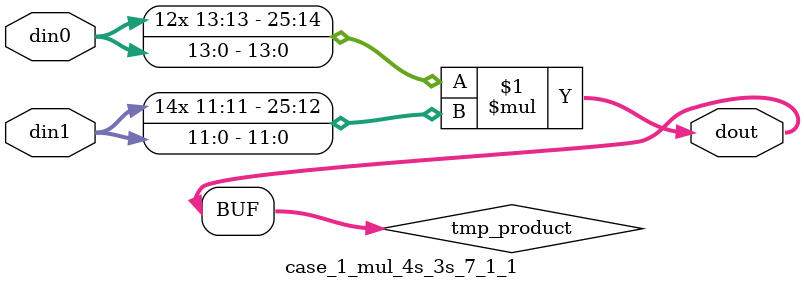
<source format=v>

`timescale 1 ns / 1 ps

 (* use_dsp = "no" *)  module case_1_mul_4s_3s_7_1_1(din0, din1, dout);
parameter ID = 1;
parameter NUM_STAGE = 0;
parameter din0_WIDTH = 14;
parameter din1_WIDTH = 12;
parameter dout_WIDTH = 26;

input [din0_WIDTH - 1 : 0] din0; 
input [din1_WIDTH - 1 : 0] din1; 
output [dout_WIDTH - 1 : 0] dout;

wire signed [dout_WIDTH - 1 : 0] tmp_product;



























assign tmp_product = $signed(din0) * $signed(din1);








assign dout = tmp_product;





















endmodule

</source>
